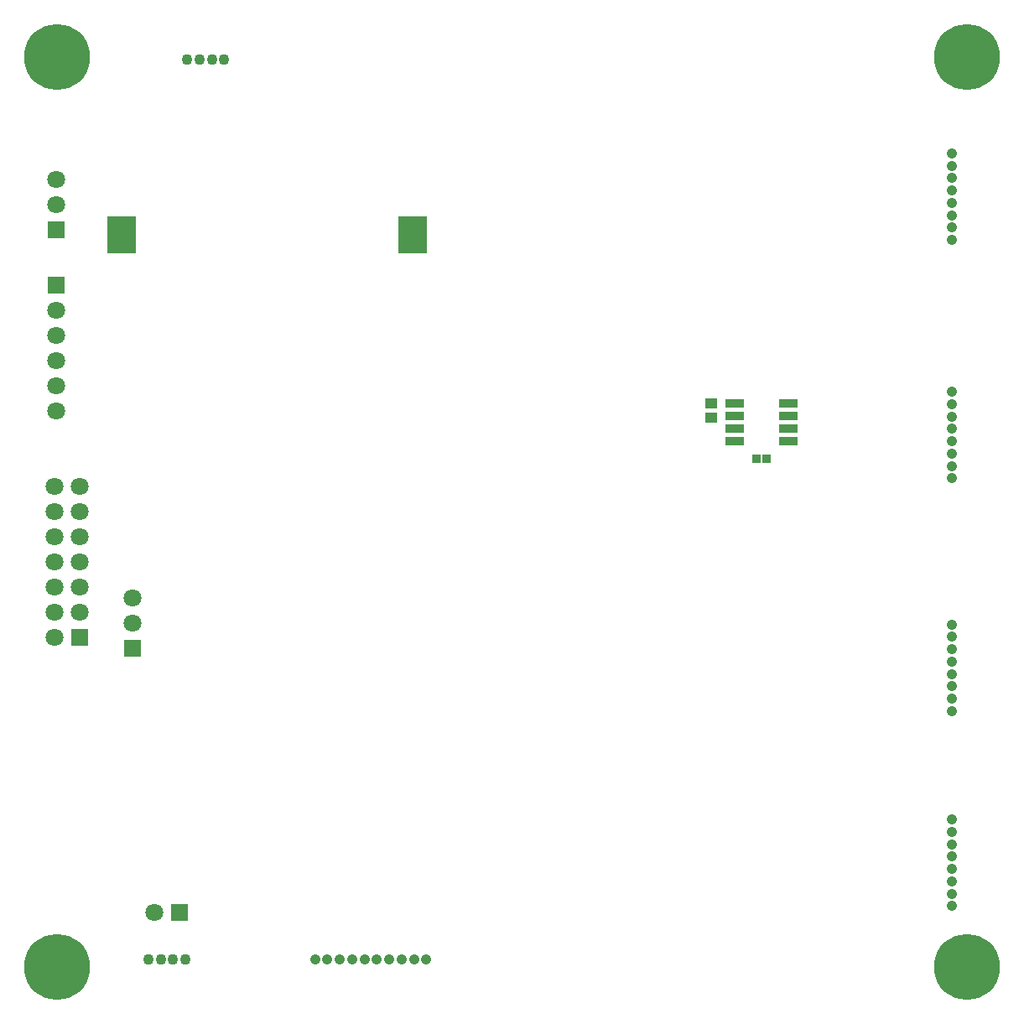
<source format=gbs>
G04*
G04 #@! TF.GenerationSoftware,Altium Limited,Altium Designer,21.1.1 (26)*
G04*
G04 Layer_Color=16711935*
%FSLAX25Y25*%
%MOIN*%
G70*
G04*
G04 #@! TF.SameCoordinates,3A0346AD-BFCD-4A31-9135-123305C2CB66*
G04*
G04*
G04 #@! TF.FilePolarity,Negative*
G04*
G01*
G75*
%ADD48R,0.03562X0.03169*%
%ADD72R,0.07106X0.07106*%
%ADD73C,0.07106*%
%ADD74C,0.04153*%
%ADD75C,0.04350*%
%ADD76R,0.07106X0.07106*%
%ADD77C,0.26200*%
%ADD96R,0.11436X0.14980*%
%ADD97R,0.07302X0.03365*%
%ADD98R,0.04743X0.04350*%
D48*
X297969Y218000D02*
D03*
X294032D02*
D03*
D72*
X25000Y147000D02*
D03*
X15500Y309000D02*
D03*
X46000Y142500D02*
D03*
X15500Y287000D02*
D03*
D73*
X15000Y147000D02*
D03*
X25000Y157000D02*
D03*
X15000D02*
D03*
X25000Y167000D02*
D03*
X15000D02*
D03*
X25000Y177000D02*
D03*
X15000D02*
D03*
X25000Y187000D02*
D03*
X15000D02*
D03*
X25000Y197000D02*
D03*
X15000D02*
D03*
X25000Y207000D02*
D03*
X15000D02*
D03*
X15500Y319000D02*
D03*
Y329000D02*
D03*
X46000Y152500D02*
D03*
Y162500D02*
D03*
X15500Y277000D02*
D03*
Y267000D02*
D03*
Y257000D02*
D03*
Y247000D02*
D03*
Y237000D02*
D03*
X54500Y37500D02*
D03*
D74*
X371500Y40051D02*
D03*
Y44973D02*
D03*
Y49894D02*
D03*
Y54815D02*
D03*
Y59736D02*
D03*
Y64657D02*
D03*
Y69579D02*
D03*
Y74500D02*
D03*
Y304815D02*
D03*
Y309736D02*
D03*
Y314657D02*
D03*
Y319579D02*
D03*
Y324500D02*
D03*
Y329421D02*
D03*
Y334343D02*
D03*
Y339264D02*
D03*
Y210051D02*
D03*
Y214972D02*
D03*
Y219894D02*
D03*
Y224815D02*
D03*
Y229736D02*
D03*
Y234658D02*
D03*
Y239579D02*
D03*
Y244500D02*
D03*
Y117551D02*
D03*
Y122472D02*
D03*
Y127394D02*
D03*
Y132315D02*
D03*
Y137236D02*
D03*
Y142157D02*
D03*
Y147079D02*
D03*
Y152000D02*
D03*
X128236Y19000D02*
D03*
X133158D02*
D03*
X138079D02*
D03*
X143000D02*
D03*
X147921D02*
D03*
X152842D02*
D03*
X157764D02*
D03*
X162685D02*
D03*
X118394D02*
D03*
X123315D02*
D03*
D75*
X67579Y376500D02*
D03*
X72500D02*
D03*
X77421D02*
D03*
X82342D02*
D03*
X66882Y19000D02*
D03*
X61961D02*
D03*
X57039D02*
D03*
X52118D02*
D03*
D76*
X64500Y37500D02*
D03*
D77*
X377500Y377500D02*
D03*
Y16000D02*
D03*
X16000D02*
D03*
Y377500D02*
D03*
D96*
X157248Y307000D02*
D03*
X41500D02*
D03*
D97*
X306630Y240000D02*
D03*
Y235000D02*
D03*
Y230000D02*
D03*
Y225000D02*
D03*
X285370Y240000D02*
D03*
Y235000D02*
D03*
Y230000D02*
D03*
Y225000D02*
D03*
D98*
X276000Y239756D02*
D03*
Y234244D02*
D03*
M02*

</source>
